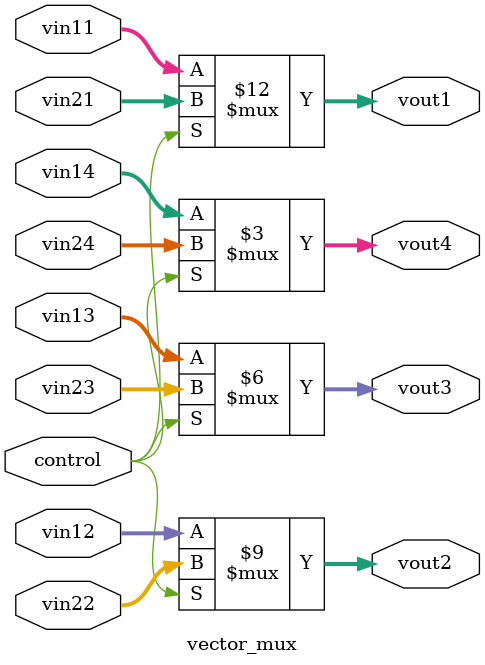
<source format=sv>
module vector_mux(vin11, vin12, vin13, vin14, vin21, vin22, vin23, vin24, control,
						vout1, vout2, vout3, vout4);
						
	input logic [31:0] vin11, vin12, vin13, vin14, vin21, vin22, vin23, vin24;
	input logic control;
	
	output logic [31:0] vout1, vout2, vout3, vout4;
						
	always_comb begin
		if(control) begin
			vout1 <= vin21;
			vout2 <= vin22;
			vout3 <= vin23;
			vout4 <= vin24;
		end
		
		else begin
			vout1 <= vin11;
			vout2 <= vin12;
			vout3 <= vin13;
			vout4 <= vin14;		
		end
	
	end


endmodule

</source>
